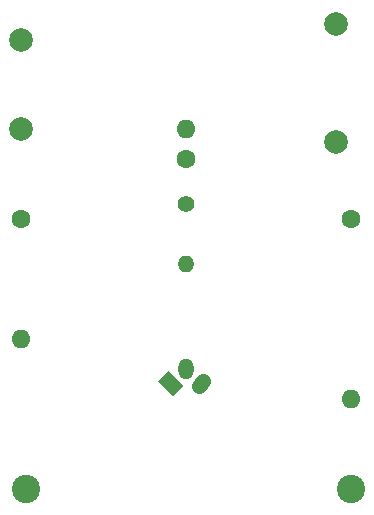
<source format=gbr>
G04 #@! TF.FileFunction,Copper,L2,Bot,Signal*
%FSLAX46Y46*%
G04 Gerber Fmt 4.6, Leading zero omitted, Abs format (unit mm)*
G04 Created by KiCad (PCBNEW 4.0.5) date 05/24/17 23:32:45*
%MOMM*%
%LPD*%
G01*
G04 APERTURE LIST*
%ADD10C,0.100000*%
%ADD11C,2.000000*%
%ADD12C,2.400000*%
%ADD13O,1.300000X1.800000*%
%ADD14C,1.300000*%
%ADD15C,1.600000*%
%ADD16O,1.600000X1.600000*%
%ADD17C,1.400000*%
%ADD18O,1.400000X1.400000*%
G04 APERTURE END LIST*
D10*
D11*
X151130000Y-107950000D03*
X151130000Y-100450000D03*
X177800000Y-99060000D03*
X177800000Y-109060000D03*
D12*
X151570000Y-138430000D03*
X179070000Y-138430000D03*
D13*
X165100000Y-128270000D03*
D10*
G36*
X164006777Y-130636016D02*
X162733984Y-129363223D01*
X163653223Y-128443984D01*
X164926016Y-129716777D01*
X164006777Y-130636016D01*
X164006777Y-130636016D01*
G37*
D14*
X166193223Y-129716777D02*
X166546777Y-129363223D01*
D15*
X165100000Y-110490000D03*
D16*
X165100000Y-107950000D03*
D17*
X165100000Y-114300000D03*
D18*
X165100000Y-119380000D03*
D15*
X151130000Y-115570000D03*
D16*
X151130000Y-125730000D03*
D15*
X179070000Y-115570000D03*
D16*
X179070000Y-130810000D03*
M02*

</source>
